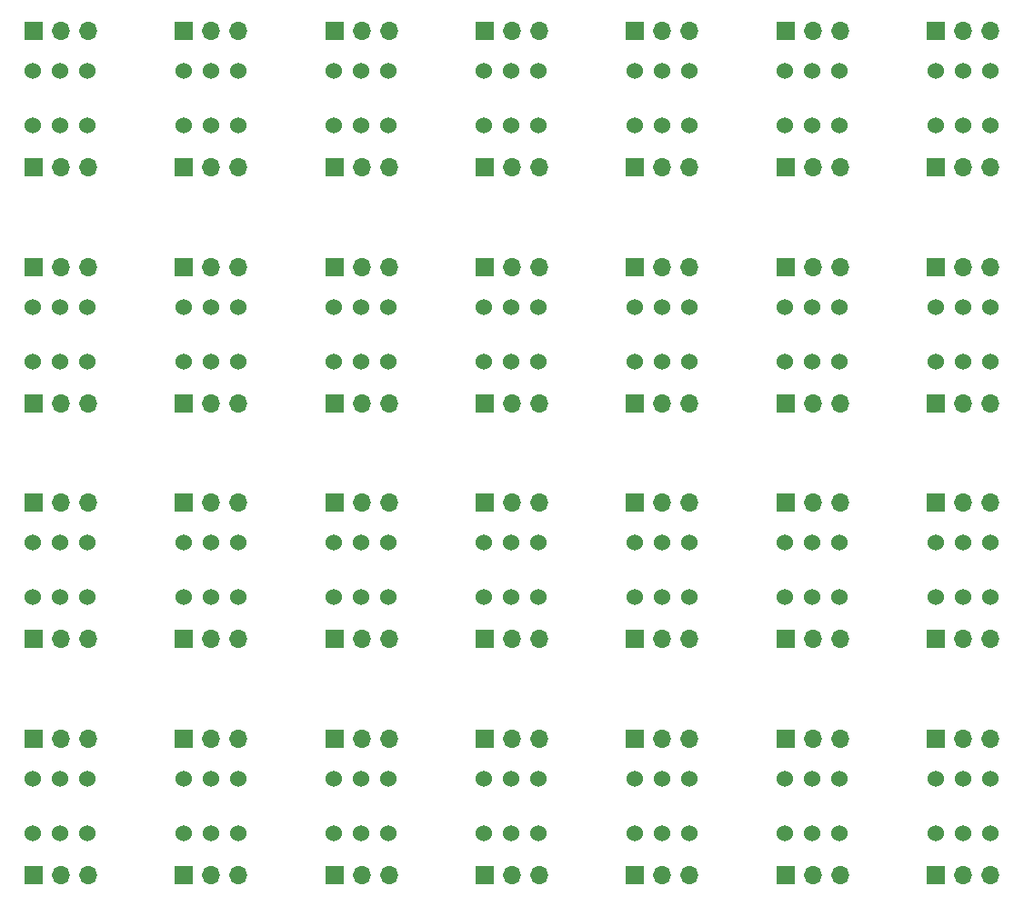
<source format=gbr>
%TF.GenerationSoftware,KiCad,Pcbnew,(6.0.0-0)*%
%TF.CreationDate,2022-11-23T09:42:25-05:00*%
%TF.ProjectId,Breakout_DPDT,42726561-6b6f-4757-945f-445044542e6b,rev?*%
%TF.SameCoordinates,Original*%
%TF.FileFunction,Copper,L2,Bot*%
%TF.FilePolarity,Positive*%
%FSLAX46Y46*%
G04 Gerber Fmt 4.6, Leading zero omitted, Abs format (unit mm)*
G04 Created by KiCad (PCBNEW (6.0.0-0)) date 2022-11-23 09:42:25*
%MOMM*%
%LPD*%
G01*
G04 APERTURE LIST*
%TA.AperFunction,ComponentPad*%
%ADD10R,1.700000X1.700000*%
%TD*%
%TA.AperFunction,ComponentPad*%
%ADD11O,1.700000X1.700000*%
%TD*%
%TA.AperFunction,ComponentPad*%
%ADD12C,1.524000*%
%TD*%
G04 APERTURE END LIST*
D10*
%TO.P,J2,1,Pin_1*%
%TO.N,Net-(J2-Pad1)*%
X137460000Y-59428000D03*
D11*
%TO.P,J2,2,Pin_2*%
%TO.N,Net-(J2-Pad2)*%
X140000000Y-59428000D03*
%TO.P,J2,3,Pin_3*%
%TO.N,Net-(J2-Pad3)*%
X142540000Y-59428000D03*
%TD*%
D10*
%TO.P,J1,1,Pin_1*%
%TO.N,Net-(J1-Pad1)*%
X137460000Y-112728000D03*
D11*
%TO.P,J1,2,Pin_2*%
%TO.N,Net-(J1-Pad2)*%
X140000000Y-112728000D03*
%TO.P,J1,3,Pin_3*%
%TO.N,Net-(J1-Pad3)*%
X142540000Y-112728000D03*
%TD*%
D12*
%TO.P,SW1,1,A*%
%TO.N,Net-(J2-Pad1)*%
X151420000Y-55539000D03*
%TO.P,SW1,2,B*%
%TO.N,Net-(J2-Pad2)*%
X156500000Y-55539000D03*
%TO.P,SW1,3,C*%
%TO.N,Net-(J2-Pad3)*%
X153960000Y-55539000D03*
%TO.P,SW1,4,A*%
%TO.N,Net-(J1-Pad1)*%
X153960000Y-50459000D03*
%TO.P,SW1,5,B*%
%TO.N,Net-(J1-Pad2)*%
X151420000Y-50459000D03*
%TO.P,SW1,6,C*%
%TO.N,Net-(J1-Pad3)*%
X156500000Y-50459000D03*
%TD*%
%TO.P,SW1,1,A*%
%TO.N,Net-(J2-Pad1)*%
X151420000Y-77539000D03*
%TO.P,SW1,2,B*%
%TO.N,Net-(J2-Pad2)*%
X156500000Y-77539000D03*
%TO.P,SW1,3,C*%
%TO.N,Net-(J2-Pad3)*%
X153960000Y-77539000D03*
%TO.P,SW1,4,A*%
%TO.N,Net-(J1-Pad1)*%
X153960000Y-72459000D03*
%TO.P,SW1,5,B*%
%TO.N,Net-(J1-Pad2)*%
X151420000Y-72459000D03*
%TO.P,SW1,6,C*%
%TO.N,Net-(J1-Pad3)*%
X156500000Y-72459000D03*
%TD*%
D10*
%TO.P,J2,1,Pin_1*%
%TO.N,Net-(J2-Pad1)*%
X151460000Y-103428000D03*
D11*
%TO.P,J2,2,Pin_2*%
%TO.N,Net-(J2-Pad2)*%
X154000000Y-103428000D03*
%TO.P,J2,3,Pin_3*%
%TO.N,Net-(J2-Pad3)*%
X156540000Y-103428000D03*
%TD*%
D12*
%TO.P,SW1,1,A*%
%TO.N,Net-(J2-Pad1)*%
X67420000Y-77539000D03*
%TO.P,SW1,2,B*%
%TO.N,Net-(J2-Pad2)*%
X72500000Y-77539000D03*
%TO.P,SW1,3,C*%
%TO.N,Net-(J2-Pad3)*%
X69960000Y-77539000D03*
%TO.P,SW1,4,A*%
%TO.N,Net-(J1-Pad1)*%
X69960000Y-72459000D03*
%TO.P,SW1,5,B*%
%TO.N,Net-(J1-Pad2)*%
X67420000Y-72459000D03*
%TO.P,SW1,6,C*%
%TO.N,Net-(J1-Pad3)*%
X72500000Y-72459000D03*
%TD*%
D10*
%TO.P,J1,1,Pin_1*%
%TO.N,Net-(J1-Pad1)*%
X137460000Y-90728000D03*
D11*
%TO.P,J1,2,Pin_2*%
%TO.N,Net-(J1-Pad2)*%
X140000000Y-90728000D03*
%TO.P,J1,3,Pin_3*%
%TO.N,Net-(J1-Pad3)*%
X142540000Y-90728000D03*
%TD*%
D12*
%TO.P,SW1,1,A*%
%TO.N,Net-(J2-Pad1)*%
X81420000Y-55539000D03*
%TO.P,SW1,2,B*%
%TO.N,Net-(J2-Pad2)*%
X86500000Y-55539000D03*
%TO.P,SW1,3,C*%
%TO.N,Net-(J2-Pad3)*%
X83960000Y-55539000D03*
%TO.P,SW1,4,A*%
%TO.N,Net-(J1-Pad1)*%
X83960000Y-50459000D03*
%TO.P,SW1,5,B*%
%TO.N,Net-(J1-Pad2)*%
X81420000Y-50459000D03*
%TO.P,SW1,6,C*%
%TO.N,Net-(J1-Pad3)*%
X86500000Y-50459000D03*
%TD*%
D10*
%TO.P,J1,1,Pin_1*%
%TO.N,Net-(J1-Pad1)*%
X95460000Y-112728000D03*
D11*
%TO.P,J1,2,Pin_2*%
%TO.N,Net-(J1-Pad2)*%
X98000000Y-112728000D03*
%TO.P,J1,3,Pin_3*%
%TO.N,Net-(J1-Pad3)*%
X100540000Y-112728000D03*
%TD*%
D10*
%TO.P,J2,1,Pin_1*%
%TO.N,Net-(J2-Pad1)*%
X67460000Y-81428000D03*
D11*
%TO.P,J2,2,Pin_2*%
%TO.N,Net-(J2-Pad2)*%
X70000000Y-81428000D03*
%TO.P,J2,3,Pin_3*%
%TO.N,Net-(J2-Pad3)*%
X72540000Y-81428000D03*
%TD*%
D10*
%TO.P,J1,1,Pin_1*%
%TO.N,Net-(J1-Pad1)*%
X137460000Y-68728000D03*
D11*
%TO.P,J1,2,Pin_2*%
%TO.N,Net-(J1-Pad2)*%
X140000000Y-68728000D03*
%TO.P,J1,3,Pin_3*%
%TO.N,Net-(J1-Pad3)*%
X142540000Y-68728000D03*
%TD*%
D10*
%TO.P,J1,1,Pin_1*%
%TO.N,Net-(J1-Pad1)*%
X109460000Y-90728000D03*
D11*
%TO.P,J1,2,Pin_2*%
%TO.N,Net-(J1-Pad2)*%
X112000000Y-90728000D03*
%TO.P,J1,3,Pin_3*%
%TO.N,Net-(J1-Pad3)*%
X114540000Y-90728000D03*
%TD*%
D10*
%TO.P,J2,1,Pin_1*%
%TO.N,Net-(J2-Pad1)*%
X109460000Y-125428000D03*
D11*
%TO.P,J2,2,Pin_2*%
%TO.N,Net-(J2-Pad2)*%
X112000000Y-125428000D03*
%TO.P,J2,3,Pin_3*%
%TO.N,Net-(J2-Pad3)*%
X114540000Y-125428000D03*
%TD*%
D10*
%TO.P,J2,1,Pin_1*%
%TO.N,Net-(J2-Pad1)*%
X151460000Y-81428000D03*
D11*
%TO.P,J2,2,Pin_2*%
%TO.N,Net-(J2-Pad2)*%
X154000000Y-81428000D03*
%TO.P,J2,3,Pin_3*%
%TO.N,Net-(J2-Pad3)*%
X156540000Y-81428000D03*
%TD*%
D10*
%TO.P,J2,1,Pin_1*%
%TO.N,Net-(J2-Pad1)*%
X95460000Y-103428000D03*
D11*
%TO.P,J2,2,Pin_2*%
%TO.N,Net-(J2-Pad2)*%
X98000000Y-103428000D03*
%TO.P,J2,3,Pin_3*%
%TO.N,Net-(J2-Pad3)*%
X100540000Y-103428000D03*
%TD*%
D12*
%TO.P,SW1,1,A*%
%TO.N,Net-(J2-Pad1)*%
X109420000Y-121539000D03*
%TO.P,SW1,2,B*%
%TO.N,Net-(J2-Pad2)*%
X114500000Y-121539000D03*
%TO.P,SW1,3,C*%
%TO.N,Net-(J2-Pad3)*%
X111960000Y-121539000D03*
%TO.P,SW1,4,A*%
%TO.N,Net-(J1-Pad1)*%
X111960000Y-116459000D03*
%TO.P,SW1,5,B*%
%TO.N,Net-(J1-Pad2)*%
X109420000Y-116459000D03*
%TO.P,SW1,6,C*%
%TO.N,Net-(J1-Pad3)*%
X114500000Y-116459000D03*
%TD*%
D10*
%TO.P,J1,1,Pin_1*%
%TO.N,Net-(J1-Pad1)*%
X67460000Y-46728000D03*
D11*
%TO.P,J1,2,Pin_2*%
%TO.N,Net-(J1-Pad2)*%
X70000000Y-46728000D03*
%TO.P,J1,3,Pin_3*%
%TO.N,Net-(J1-Pad3)*%
X72540000Y-46728000D03*
%TD*%
D10*
%TO.P,J2,1,Pin_1*%
%TO.N,Net-(J2-Pad1)*%
X123460000Y-81428000D03*
D11*
%TO.P,J2,2,Pin_2*%
%TO.N,Net-(J2-Pad2)*%
X126000000Y-81428000D03*
%TO.P,J2,3,Pin_3*%
%TO.N,Net-(J2-Pad3)*%
X128540000Y-81428000D03*
%TD*%
D12*
%TO.P,SW1,1,A*%
%TO.N,Net-(J2-Pad1)*%
X109420000Y-77539000D03*
%TO.P,SW1,2,B*%
%TO.N,Net-(J2-Pad2)*%
X114500000Y-77539000D03*
%TO.P,SW1,3,C*%
%TO.N,Net-(J2-Pad3)*%
X111960000Y-77539000D03*
%TO.P,SW1,4,A*%
%TO.N,Net-(J1-Pad1)*%
X111960000Y-72459000D03*
%TO.P,SW1,5,B*%
%TO.N,Net-(J1-Pad2)*%
X109420000Y-72459000D03*
%TO.P,SW1,6,C*%
%TO.N,Net-(J1-Pad3)*%
X114500000Y-72459000D03*
%TD*%
D10*
%TO.P,J1,1,Pin_1*%
%TO.N,Net-(J1-Pad1)*%
X67460000Y-68728000D03*
D11*
%TO.P,J1,2,Pin_2*%
%TO.N,Net-(J1-Pad2)*%
X70000000Y-68728000D03*
%TO.P,J1,3,Pin_3*%
%TO.N,Net-(J1-Pad3)*%
X72540000Y-68728000D03*
%TD*%
D12*
%TO.P,SW1,1,A*%
%TO.N,Net-(J2-Pad1)*%
X151420000Y-121539000D03*
%TO.P,SW1,2,B*%
%TO.N,Net-(J2-Pad2)*%
X156500000Y-121539000D03*
%TO.P,SW1,3,C*%
%TO.N,Net-(J2-Pad3)*%
X153960000Y-121539000D03*
%TO.P,SW1,4,A*%
%TO.N,Net-(J1-Pad1)*%
X153960000Y-116459000D03*
%TO.P,SW1,5,B*%
%TO.N,Net-(J1-Pad2)*%
X151420000Y-116459000D03*
%TO.P,SW1,6,C*%
%TO.N,Net-(J1-Pad3)*%
X156500000Y-116459000D03*
%TD*%
%TO.P,SW1,1,A*%
%TO.N,Net-(J2-Pad1)*%
X67420000Y-121539000D03*
%TO.P,SW1,2,B*%
%TO.N,Net-(J2-Pad2)*%
X72500000Y-121539000D03*
%TO.P,SW1,3,C*%
%TO.N,Net-(J2-Pad3)*%
X69960000Y-121539000D03*
%TO.P,SW1,4,A*%
%TO.N,Net-(J1-Pad1)*%
X69960000Y-116459000D03*
%TO.P,SW1,5,B*%
%TO.N,Net-(J1-Pad2)*%
X67420000Y-116459000D03*
%TO.P,SW1,6,C*%
%TO.N,Net-(J1-Pad3)*%
X72500000Y-116459000D03*
%TD*%
%TO.P,SW1,1,A*%
%TO.N,Net-(J2-Pad1)*%
X137420000Y-121539000D03*
%TO.P,SW1,2,B*%
%TO.N,Net-(J2-Pad2)*%
X142500000Y-121539000D03*
%TO.P,SW1,3,C*%
%TO.N,Net-(J2-Pad3)*%
X139960000Y-121539000D03*
%TO.P,SW1,4,A*%
%TO.N,Net-(J1-Pad1)*%
X139960000Y-116459000D03*
%TO.P,SW1,5,B*%
%TO.N,Net-(J1-Pad2)*%
X137420000Y-116459000D03*
%TO.P,SW1,6,C*%
%TO.N,Net-(J1-Pad3)*%
X142500000Y-116459000D03*
%TD*%
D10*
%TO.P,J1,1,Pin_1*%
%TO.N,Net-(J1-Pad1)*%
X137460000Y-46728000D03*
D11*
%TO.P,J1,2,Pin_2*%
%TO.N,Net-(J1-Pad2)*%
X140000000Y-46728000D03*
%TO.P,J1,3,Pin_3*%
%TO.N,Net-(J1-Pad3)*%
X142540000Y-46728000D03*
%TD*%
D10*
%TO.P,J1,1,Pin_1*%
%TO.N,Net-(J1-Pad1)*%
X81460000Y-90728000D03*
D11*
%TO.P,J1,2,Pin_2*%
%TO.N,Net-(J1-Pad2)*%
X84000000Y-90728000D03*
%TO.P,J1,3,Pin_3*%
%TO.N,Net-(J1-Pad3)*%
X86540000Y-90728000D03*
%TD*%
D12*
%TO.P,SW1,1,A*%
%TO.N,Net-(J2-Pad1)*%
X95420000Y-77539000D03*
%TO.P,SW1,2,B*%
%TO.N,Net-(J2-Pad2)*%
X100500000Y-77539000D03*
%TO.P,SW1,3,C*%
%TO.N,Net-(J2-Pad3)*%
X97960000Y-77539000D03*
%TO.P,SW1,4,A*%
%TO.N,Net-(J1-Pad1)*%
X97960000Y-72459000D03*
%TO.P,SW1,5,B*%
%TO.N,Net-(J1-Pad2)*%
X95420000Y-72459000D03*
%TO.P,SW1,6,C*%
%TO.N,Net-(J1-Pad3)*%
X100500000Y-72459000D03*
%TD*%
%TO.P,SW1,1,A*%
%TO.N,Net-(J2-Pad1)*%
X95420000Y-55539000D03*
%TO.P,SW1,2,B*%
%TO.N,Net-(J2-Pad2)*%
X100500000Y-55539000D03*
%TO.P,SW1,3,C*%
%TO.N,Net-(J2-Pad3)*%
X97960000Y-55539000D03*
%TO.P,SW1,4,A*%
%TO.N,Net-(J1-Pad1)*%
X97960000Y-50459000D03*
%TO.P,SW1,5,B*%
%TO.N,Net-(J1-Pad2)*%
X95420000Y-50459000D03*
%TO.P,SW1,6,C*%
%TO.N,Net-(J1-Pad3)*%
X100500000Y-50459000D03*
%TD*%
%TO.P,SW1,1,A*%
%TO.N,Net-(J2-Pad1)*%
X81420000Y-121539000D03*
%TO.P,SW1,2,B*%
%TO.N,Net-(J2-Pad2)*%
X86500000Y-121539000D03*
%TO.P,SW1,3,C*%
%TO.N,Net-(J2-Pad3)*%
X83960000Y-121539000D03*
%TO.P,SW1,4,A*%
%TO.N,Net-(J1-Pad1)*%
X83960000Y-116459000D03*
%TO.P,SW1,5,B*%
%TO.N,Net-(J1-Pad2)*%
X81420000Y-116459000D03*
%TO.P,SW1,6,C*%
%TO.N,Net-(J1-Pad3)*%
X86500000Y-116459000D03*
%TD*%
D10*
%TO.P,J1,1,Pin_1*%
%TO.N,Net-(J1-Pad1)*%
X151460000Y-68728000D03*
D11*
%TO.P,J1,2,Pin_2*%
%TO.N,Net-(J1-Pad2)*%
X154000000Y-68728000D03*
%TO.P,J1,3,Pin_3*%
%TO.N,Net-(J1-Pad3)*%
X156540000Y-68728000D03*
%TD*%
D10*
%TO.P,J2,1,Pin_1*%
%TO.N,Net-(J2-Pad1)*%
X123460000Y-59428000D03*
D11*
%TO.P,J2,2,Pin_2*%
%TO.N,Net-(J2-Pad2)*%
X126000000Y-59428000D03*
%TO.P,J2,3,Pin_3*%
%TO.N,Net-(J2-Pad3)*%
X128540000Y-59428000D03*
%TD*%
D12*
%TO.P,SW1,1,A*%
%TO.N,Net-(J2-Pad1)*%
X67420000Y-55539000D03*
%TO.P,SW1,2,B*%
%TO.N,Net-(J2-Pad2)*%
X72500000Y-55539000D03*
%TO.P,SW1,3,C*%
%TO.N,Net-(J2-Pad3)*%
X69960000Y-55539000D03*
%TO.P,SW1,4,A*%
%TO.N,Net-(J1-Pad1)*%
X69960000Y-50459000D03*
%TO.P,SW1,5,B*%
%TO.N,Net-(J1-Pad2)*%
X67420000Y-50459000D03*
%TO.P,SW1,6,C*%
%TO.N,Net-(J1-Pad3)*%
X72500000Y-50459000D03*
%TD*%
D10*
%TO.P,J2,1,Pin_1*%
%TO.N,Net-(J2-Pad1)*%
X109460000Y-81428000D03*
D11*
%TO.P,J2,2,Pin_2*%
%TO.N,Net-(J2-Pad2)*%
X112000000Y-81428000D03*
%TO.P,J2,3,Pin_3*%
%TO.N,Net-(J2-Pad3)*%
X114540000Y-81428000D03*
%TD*%
D10*
%TO.P,J1,1,Pin_1*%
%TO.N,Net-(J1-Pad1)*%
X95460000Y-68728000D03*
D11*
%TO.P,J1,2,Pin_2*%
%TO.N,Net-(J1-Pad2)*%
X98000000Y-68728000D03*
%TO.P,J1,3,Pin_3*%
%TO.N,Net-(J1-Pad3)*%
X100540000Y-68728000D03*
%TD*%
D12*
%TO.P,SW1,1,A*%
%TO.N,Net-(J2-Pad1)*%
X123420000Y-121539000D03*
%TO.P,SW1,2,B*%
%TO.N,Net-(J2-Pad2)*%
X128500000Y-121539000D03*
%TO.P,SW1,3,C*%
%TO.N,Net-(J2-Pad3)*%
X125960000Y-121539000D03*
%TO.P,SW1,4,A*%
%TO.N,Net-(J1-Pad1)*%
X125960000Y-116459000D03*
%TO.P,SW1,5,B*%
%TO.N,Net-(J1-Pad2)*%
X123420000Y-116459000D03*
%TO.P,SW1,6,C*%
%TO.N,Net-(J1-Pad3)*%
X128500000Y-116459000D03*
%TD*%
D10*
%TO.P,J1,1,Pin_1*%
%TO.N,Net-(J1-Pad1)*%
X67460000Y-90728000D03*
D11*
%TO.P,J1,2,Pin_2*%
%TO.N,Net-(J1-Pad2)*%
X70000000Y-90728000D03*
%TO.P,J1,3,Pin_3*%
%TO.N,Net-(J1-Pad3)*%
X72540000Y-90728000D03*
%TD*%
D10*
%TO.P,J2,1,Pin_1*%
%TO.N,Net-(J2-Pad1)*%
X67460000Y-59428000D03*
D11*
%TO.P,J2,2,Pin_2*%
%TO.N,Net-(J2-Pad2)*%
X70000000Y-59428000D03*
%TO.P,J2,3,Pin_3*%
%TO.N,Net-(J2-Pad3)*%
X72540000Y-59428000D03*
%TD*%
D10*
%TO.P,J1,1,Pin_1*%
%TO.N,Net-(J1-Pad1)*%
X95460000Y-46728000D03*
D11*
%TO.P,J1,2,Pin_2*%
%TO.N,Net-(J1-Pad2)*%
X98000000Y-46728000D03*
%TO.P,J1,3,Pin_3*%
%TO.N,Net-(J1-Pad3)*%
X100540000Y-46728000D03*
%TD*%
D12*
%TO.P,SW1,1,A*%
%TO.N,Net-(J2-Pad1)*%
X137420000Y-55539000D03*
%TO.P,SW1,2,B*%
%TO.N,Net-(J2-Pad2)*%
X142500000Y-55539000D03*
%TO.P,SW1,3,C*%
%TO.N,Net-(J2-Pad3)*%
X139960000Y-55539000D03*
%TO.P,SW1,4,A*%
%TO.N,Net-(J1-Pad1)*%
X139960000Y-50459000D03*
%TO.P,SW1,5,B*%
%TO.N,Net-(J1-Pad2)*%
X137420000Y-50459000D03*
%TO.P,SW1,6,C*%
%TO.N,Net-(J1-Pad3)*%
X142500000Y-50459000D03*
%TD*%
%TO.P,SW1,1,A*%
%TO.N,Net-(J2-Pad1)*%
X67420000Y-99539000D03*
%TO.P,SW1,2,B*%
%TO.N,Net-(J2-Pad2)*%
X72500000Y-99539000D03*
%TO.P,SW1,3,C*%
%TO.N,Net-(J2-Pad3)*%
X69960000Y-99539000D03*
%TO.P,SW1,4,A*%
%TO.N,Net-(J1-Pad1)*%
X69960000Y-94459000D03*
%TO.P,SW1,5,B*%
%TO.N,Net-(J1-Pad2)*%
X67420000Y-94459000D03*
%TO.P,SW1,6,C*%
%TO.N,Net-(J1-Pad3)*%
X72500000Y-94459000D03*
%TD*%
D10*
%TO.P,J2,1,Pin_1*%
%TO.N,Net-(J2-Pad1)*%
X151460000Y-59428000D03*
D11*
%TO.P,J2,2,Pin_2*%
%TO.N,Net-(J2-Pad2)*%
X154000000Y-59428000D03*
%TO.P,J2,3,Pin_3*%
%TO.N,Net-(J2-Pad3)*%
X156540000Y-59428000D03*
%TD*%
D12*
%TO.P,SW1,1,A*%
%TO.N,Net-(J2-Pad1)*%
X81420000Y-77539000D03*
%TO.P,SW1,2,B*%
%TO.N,Net-(J2-Pad2)*%
X86500000Y-77539000D03*
%TO.P,SW1,3,C*%
%TO.N,Net-(J2-Pad3)*%
X83960000Y-77539000D03*
%TO.P,SW1,4,A*%
%TO.N,Net-(J1-Pad1)*%
X83960000Y-72459000D03*
%TO.P,SW1,5,B*%
%TO.N,Net-(J1-Pad2)*%
X81420000Y-72459000D03*
%TO.P,SW1,6,C*%
%TO.N,Net-(J1-Pad3)*%
X86500000Y-72459000D03*
%TD*%
D10*
%TO.P,J1,1,Pin_1*%
%TO.N,Net-(J1-Pad1)*%
X109460000Y-68728000D03*
D11*
%TO.P,J1,2,Pin_2*%
%TO.N,Net-(J1-Pad2)*%
X112000000Y-68728000D03*
%TO.P,J1,3,Pin_3*%
%TO.N,Net-(J1-Pad3)*%
X114540000Y-68728000D03*
%TD*%
D10*
%TO.P,J1,1,Pin_1*%
%TO.N,Net-(J1-Pad1)*%
X95460000Y-90728000D03*
D11*
%TO.P,J1,2,Pin_2*%
%TO.N,Net-(J1-Pad2)*%
X98000000Y-90728000D03*
%TO.P,J1,3,Pin_3*%
%TO.N,Net-(J1-Pad3)*%
X100540000Y-90728000D03*
%TD*%
D10*
%TO.P,J2,1,Pin_1*%
%TO.N,Net-(J2-Pad1)*%
X109460000Y-59428000D03*
D11*
%TO.P,J2,2,Pin_2*%
%TO.N,Net-(J2-Pad2)*%
X112000000Y-59428000D03*
%TO.P,J2,3,Pin_3*%
%TO.N,Net-(J2-Pad3)*%
X114540000Y-59428000D03*
%TD*%
D12*
%TO.P,SW1,1,A*%
%TO.N,Net-(J2-Pad1)*%
X109420000Y-55539000D03*
%TO.P,SW1,2,B*%
%TO.N,Net-(J2-Pad2)*%
X114500000Y-55539000D03*
%TO.P,SW1,3,C*%
%TO.N,Net-(J2-Pad3)*%
X111960000Y-55539000D03*
%TO.P,SW1,4,A*%
%TO.N,Net-(J1-Pad1)*%
X111960000Y-50459000D03*
%TO.P,SW1,5,B*%
%TO.N,Net-(J1-Pad2)*%
X109420000Y-50459000D03*
%TO.P,SW1,6,C*%
%TO.N,Net-(J1-Pad3)*%
X114500000Y-50459000D03*
%TD*%
%TO.P,SW1,1,A*%
%TO.N,Net-(J2-Pad1)*%
X123420000Y-77539000D03*
%TO.P,SW1,2,B*%
%TO.N,Net-(J2-Pad2)*%
X128500000Y-77539000D03*
%TO.P,SW1,3,C*%
%TO.N,Net-(J2-Pad3)*%
X125960000Y-77539000D03*
%TO.P,SW1,4,A*%
%TO.N,Net-(J1-Pad1)*%
X125960000Y-72459000D03*
%TO.P,SW1,5,B*%
%TO.N,Net-(J1-Pad2)*%
X123420000Y-72459000D03*
%TO.P,SW1,6,C*%
%TO.N,Net-(J1-Pad3)*%
X128500000Y-72459000D03*
%TD*%
D10*
%TO.P,J1,1,Pin_1*%
%TO.N,Net-(J1-Pad1)*%
X151460000Y-112728000D03*
D11*
%TO.P,J1,2,Pin_2*%
%TO.N,Net-(J1-Pad2)*%
X154000000Y-112728000D03*
%TO.P,J1,3,Pin_3*%
%TO.N,Net-(J1-Pad3)*%
X156540000Y-112728000D03*
%TD*%
D10*
%TO.P,J1,1,Pin_1*%
%TO.N,Net-(J1-Pad1)*%
X123460000Y-68728000D03*
D11*
%TO.P,J1,2,Pin_2*%
%TO.N,Net-(J1-Pad2)*%
X126000000Y-68728000D03*
%TO.P,J1,3,Pin_3*%
%TO.N,Net-(J1-Pad3)*%
X128540000Y-68728000D03*
%TD*%
D12*
%TO.P,SW1,1,A*%
%TO.N,Net-(J2-Pad1)*%
X151420000Y-99539000D03*
%TO.P,SW1,2,B*%
%TO.N,Net-(J2-Pad2)*%
X156500000Y-99539000D03*
%TO.P,SW1,3,C*%
%TO.N,Net-(J2-Pad3)*%
X153960000Y-99539000D03*
%TO.P,SW1,4,A*%
%TO.N,Net-(J1-Pad1)*%
X153960000Y-94459000D03*
%TO.P,SW1,5,B*%
%TO.N,Net-(J1-Pad2)*%
X151420000Y-94459000D03*
%TO.P,SW1,6,C*%
%TO.N,Net-(J1-Pad3)*%
X156500000Y-94459000D03*
%TD*%
D10*
%TO.P,J2,1,Pin_1*%
%TO.N,Net-(J2-Pad1)*%
X123460000Y-103428000D03*
D11*
%TO.P,J2,2,Pin_2*%
%TO.N,Net-(J2-Pad2)*%
X126000000Y-103428000D03*
%TO.P,J2,3,Pin_3*%
%TO.N,Net-(J2-Pad3)*%
X128540000Y-103428000D03*
%TD*%
D10*
%TO.P,J2,1,Pin_1*%
%TO.N,Net-(J2-Pad1)*%
X137460000Y-81428000D03*
D11*
%TO.P,J2,2,Pin_2*%
%TO.N,Net-(J2-Pad2)*%
X140000000Y-81428000D03*
%TO.P,J2,3,Pin_3*%
%TO.N,Net-(J2-Pad3)*%
X142540000Y-81428000D03*
%TD*%
D10*
%TO.P,J2,1,Pin_1*%
%TO.N,Net-(J2-Pad1)*%
X81460000Y-59428000D03*
D11*
%TO.P,J2,2,Pin_2*%
%TO.N,Net-(J2-Pad2)*%
X84000000Y-59428000D03*
%TO.P,J2,3,Pin_3*%
%TO.N,Net-(J2-Pad3)*%
X86540000Y-59428000D03*
%TD*%
D12*
%TO.P,SW1,1,A*%
%TO.N,Net-(J2-Pad1)*%
X137420000Y-99539000D03*
%TO.P,SW1,2,B*%
%TO.N,Net-(J2-Pad2)*%
X142500000Y-99539000D03*
%TO.P,SW1,3,C*%
%TO.N,Net-(J2-Pad3)*%
X139960000Y-99539000D03*
%TO.P,SW1,4,A*%
%TO.N,Net-(J1-Pad1)*%
X139960000Y-94459000D03*
%TO.P,SW1,5,B*%
%TO.N,Net-(J1-Pad2)*%
X137420000Y-94459000D03*
%TO.P,SW1,6,C*%
%TO.N,Net-(J1-Pad3)*%
X142500000Y-94459000D03*
%TD*%
D10*
%TO.P,J1,1,Pin_1*%
%TO.N,Net-(J1-Pad1)*%
X123460000Y-46728000D03*
D11*
%TO.P,J1,2,Pin_2*%
%TO.N,Net-(J1-Pad2)*%
X126000000Y-46728000D03*
%TO.P,J1,3,Pin_3*%
%TO.N,Net-(J1-Pad3)*%
X128540000Y-46728000D03*
%TD*%
D10*
%TO.P,J2,1,Pin_1*%
%TO.N,Net-(J2-Pad1)*%
X95460000Y-59428000D03*
D11*
%TO.P,J2,2,Pin_2*%
%TO.N,Net-(J2-Pad2)*%
X98000000Y-59428000D03*
%TO.P,J2,3,Pin_3*%
%TO.N,Net-(J2-Pad3)*%
X100540000Y-59428000D03*
%TD*%
D10*
%TO.P,J1,1,Pin_1*%
%TO.N,Net-(J1-Pad1)*%
X151460000Y-90728000D03*
D11*
%TO.P,J1,2,Pin_2*%
%TO.N,Net-(J1-Pad2)*%
X154000000Y-90728000D03*
%TO.P,J1,3,Pin_3*%
%TO.N,Net-(J1-Pad3)*%
X156540000Y-90728000D03*
%TD*%
D10*
%TO.P,J2,1,Pin_1*%
%TO.N,Net-(J2-Pad1)*%
X67460000Y-103428000D03*
D11*
%TO.P,J2,2,Pin_2*%
%TO.N,Net-(J2-Pad2)*%
X70000000Y-103428000D03*
%TO.P,J2,3,Pin_3*%
%TO.N,Net-(J2-Pad3)*%
X72540000Y-103428000D03*
%TD*%
D10*
%TO.P,J1,1,Pin_1*%
%TO.N,Net-(J1-Pad1)*%
X123460000Y-90728000D03*
D11*
%TO.P,J1,2,Pin_2*%
%TO.N,Net-(J1-Pad2)*%
X126000000Y-90728000D03*
%TO.P,J1,3,Pin_3*%
%TO.N,Net-(J1-Pad3)*%
X128540000Y-90728000D03*
%TD*%
D12*
%TO.P,SW1,1,A*%
%TO.N,Net-(J2-Pad1)*%
X95420000Y-121539000D03*
%TO.P,SW1,2,B*%
%TO.N,Net-(J2-Pad2)*%
X100500000Y-121539000D03*
%TO.P,SW1,3,C*%
%TO.N,Net-(J2-Pad3)*%
X97960000Y-121539000D03*
%TO.P,SW1,4,A*%
%TO.N,Net-(J1-Pad1)*%
X97960000Y-116459000D03*
%TO.P,SW1,5,B*%
%TO.N,Net-(J1-Pad2)*%
X95420000Y-116459000D03*
%TO.P,SW1,6,C*%
%TO.N,Net-(J1-Pad3)*%
X100500000Y-116459000D03*
%TD*%
D10*
%TO.P,J2,1,Pin_1*%
%TO.N,Net-(J2-Pad1)*%
X137460000Y-103428000D03*
D11*
%TO.P,J2,2,Pin_2*%
%TO.N,Net-(J2-Pad2)*%
X140000000Y-103428000D03*
%TO.P,J2,3,Pin_3*%
%TO.N,Net-(J2-Pad3)*%
X142540000Y-103428000D03*
%TD*%
D10*
%TO.P,J1,1,Pin_1*%
%TO.N,Net-(J1-Pad1)*%
X123460000Y-112728000D03*
D11*
%TO.P,J1,2,Pin_2*%
%TO.N,Net-(J1-Pad2)*%
X126000000Y-112728000D03*
%TO.P,J1,3,Pin_3*%
%TO.N,Net-(J1-Pad3)*%
X128540000Y-112728000D03*
%TD*%
D10*
%TO.P,J1,1,Pin_1*%
%TO.N,Net-(J1-Pad1)*%
X81460000Y-68728000D03*
D11*
%TO.P,J1,2,Pin_2*%
%TO.N,Net-(J1-Pad2)*%
X84000000Y-68728000D03*
%TO.P,J1,3,Pin_3*%
%TO.N,Net-(J1-Pad3)*%
X86540000Y-68728000D03*
%TD*%
D10*
%TO.P,J1,1,Pin_1*%
%TO.N,Net-(J1-Pad1)*%
X109460000Y-46728000D03*
D11*
%TO.P,J1,2,Pin_2*%
%TO.N,Net-(J1-Pad2)*%
X112000000Y-46728000D03*
%TO.P,J1,3,Pin_3*%
%TO.N,Net-(J1-Pad3)*%
X114540000Y-46728000D03*
%TD*%
D10*
%TO.P,J2,1,Pin_1*%
%TO.N,Net-(J2-Pad1)*%
X151460000Y-125428000D03*
D11*
%TO.P,J2,2,Pin_2*%
%TO.N,Net-(J2-Pad2)*%
X154000000Y-125428000D03*
%TO.P,J2,3,Pin_3*%
%TO.N,Net-(J2-Pad3)*%
X156540000Y-125428000D03*
%TD*%
D10*
%TO.P,J2,1,Pin_1*%
%TO.N,Net-(J2-Pad1)*%
X137460000Y-125428000D03*
D11*
%TO.P,J2,2,Pin_2*%
%TO.N,Net-(J2-Pad2)*%
X140000000Y-125428000D03*
%TO.P,J2,3,Pin_3*%
%TO.N,Net-(J2-Pad3)*%
X142540000Y-125428000D03*
%TD*%
D10*
%TO.P,J1,1,Pin_1*%
%TO.N,Net-(J1-Pad1)*%
X67460000Y-112728000D03*
D11*
%TO.P,J1,2,Pin_2*%
%TO.N,Net-(J1-Pad2)*%
X70000000Y-112728000D03*
%TO.P,J1,3,Pin_3*%
%TO.N,Net-(J1-Pad3)*%
X72540000Y-112728000D03*
%TD*%
D12*
%TO.P,SW1,1,A*%
%TO.N,Net-(J2-Pad1)*%
X95420000Y-99539000D03*
%TO.P,SW1,2,B*%
%TO.N,Net-(J2-Pad2)*%
X100500000Y-99539000D03*
%TO.P,SW1,3,C*%
%TO.N,Net-(J2-Pad3)*%
X97960000Y-99539000D03*
%TO.P,SW1,4,A*%
%TO.N,Net-(J1-Pad1)*%
X97960000Y-94459000D03*
%TO.P,SW1,5,B*%
%TO.N,Net-(J1-Pad2)*%
X95420000Y-94459000D03*
%TO.P,SW1,6,C*%
%TO.N,Net-(J1-Pad3)*%
X100500000Y-94459000D03*
%TD*%
D10*
%TO.P,J2,1,Pin_1*%
%TO.N,Net-(J2-Pad1)*%
X95460000Y-81428000D03*
D11*
%TO.P,J2,2,Pin_2*%
%TO.N,Net-(J2-Pad2)*%
X98000000Y-81428000D03*
%TO.P,J2,3,Pin_3*%
%TO.N,Net-(J2-Pad3)*%
X100540000Y-81428000D03*
%TD*%
D12*
%TO.P,SW1,1,A*%
%TO.N,Net-(J2-Pad1)*%
X81420000Y-99539000D03*
%TO.P,SW1,2,B*%
%TO.N,Net-(J2-Pad2)*%
X86500000Y-99539000D03*
%TO.P,SW1,3,C*%
%TO.N,Net-(J2-Pad3)*%
X83960000Y-99539000D03*
%TO.P,SW1,4,A*%
%TO.N,Net-(J1-Pad1)*%
X83960000Y-94459000D03*
%TO.P,SW1,5,B*%
%TO.N,Net-(J1-Pad2)*%
X81420000Y-94459000D03*
%TO.P,SW1,6,C*%
%TO.N,Net-(J1-Pad3)*%
X86500000Y-94459000D03*
%TD*%
D10*
%TO.P,J2,1,Pin_1*%
%TO.N,Net-(J2-Pad1)*%
X123460000Y-125428000D03*
D11*
%TO.P,J2,2,Pin_2*%
%TO.N,Net-(J2-Pad2)*%
X126000000Y-125428000D03*
%TO.P,J2,3,Pin_3*%
%TO.N,Net-(J2-Pad3)*%
X128540000Y-125428000D03*
%TD*%
D10*
%TO.P,J1,1,Pin_1*%
%TO.N,Net-(J1-Pad1)*%
X151460000Y-46728000D03*
D11*
%TO.P,J1,2,Pin_2*%
%TO.N,Net-(J1-Pad2)*%
X154000000Y-46728000D03*
%TO.P,J1,3,Pin_3*%
%TO.N,Net-(J1-Pad3)*%
X156540000Y-46728000D03*
%TD*%
D12*
%TO.P,SW1,1,A*%
%TO.N,Net-(J2-Pad1)*%
X123420000Y-55539000D03*
%TO.P,SW1,2,B*%
%TO.N,Net-(J2-Pad2)*%
X128500000Y-55539000D03*
%TO.P,SW1,3,C*%
%TO.N,Net-(J2-Pad3)*%
X125960000Y-55539000D03*
%TO.P,SW1,4,A*%
%TO.N,Net-(J1-Pad1)*%
X125960000Y-50459000D03*
%TO.P,SW1,5,B*%
%TO.N,Net-(J1-Pad2)*%
X123420000Y-50459000D03*
%TO.P,SW1,6,C*%
%TO.N,Net-(J1-Pad3)*%
X128500000Y-50459000D03*
%TD*%
%TO.P,SW1,1,A*%
%TO.N,Net-(J2-Pad1)*%
X123420000Y-99539000D03*
%TO.P,SW1,2,B*%
%TO.N,Net-(J2-Pad2)*%
X128500000Y-99539000D03*
%TO.P,SW1,3,C*%
%TO.N,Net-(J2-Pad3)*%
X125960000Y-99539000D03*
%TO.P,SW1,4,A*%
%TO.N,Net-(J1-Pad1)*%
X125960000Y-94459000D03*
%TO.P,SW1,5,B*%
%TO.N,Net-(J1-Pad2)*%
X123420000Y-94459000D03*
%TO.P,SW1,6,C*%
%TO.N,Net-(J1-Pad3)*%
X128500000Y-94459000D03*
%TD*%
D10*
%TO.P,J2,1,Pin_1*%
%TO.N,Net-(J2-Pad1)*%
X81460000Y-81428000D03*
D11*
%TO.P,J2,2,Pin_2*%
%TO.N,Net-(J2-Pad2)*%
X84000000Y-81428000D03*
%TO.P,J2,3,Pin_3*%
%TO.N,Net-(J2-Pad3)*%
X86540000Y-81428000D03*
%TD*%
D10*
%TO.P,J1,1,Pin_1*%
%TO.N,Net-(J1-Pad1)*%
X109460000Y-112728000D03*
D11*
%TO.P,J1,2,Pin_2*%
%TO.N,Net-(J1-Pad2)*%
X112000000Y-112728000D03*
%TO.P,J1,3,Pin_3*%
%TO.N,Net-(J1-Pad3)*%
X114540000Y-112728000D03*
%TD*%
D10*
%TO.P,J2,1,Pin_1*%
%TO.N,Net-(J2-Pad1)*%
X67460000Y-125428000D03*
D11*
%TO.P,J2,2,Pin_2*%
%TO.N,Net-(J2-Pad2)*%
X70000000Y-125428000D03*
%TO.P,J2,3,Pin_3*%
%TO.N,Net-(J2-Pad3)*%
X72540000Y-125428000D03*
%TD*%
D10*
%TO.P,J1,1,Pin_1*%
%TO.N,Net-(J1-Pad1)*%
X81460000Y-46728000D03*
D11*
%TO.P,J1,2,Pin_2*%
%TO.N,Net-(J1-Pad2)*%
X84000000Y-46728000D03*
%TO.P,J1,3,Pin_3*%
%TO.N,Net-(J1-Pad3)*%
X86540000Y-46728000D03*
%TD*%
D10*
%TO.P,J1,1,Pin_1*%
%TO.N,Net-(J1-Pad1)*%
X81460000Y-112728000D03*
D11*
%TO.P,J1,2,Pin_2*%
%TO.N,Net-(J1-Pad2)*%
X84000000Y-112728000D03*
%TO.P,J1,3,Pin_3*%
%TO.N,Net-(J1-Pad3)*%
X86540000Y-112728000D03*
%TD*%
D12*
%TO.P,SW1,1,A*%
%TO.N,Net-(J2-Pad1)*%
X137420000Y-77539000D03*
%TO.P,SW1,2,B*%
%TO.N,Net-(J2-Pad2)*%
X142500000Y-77539000D03*
%TO.P,SW1,3,C*%
%TO.N,Net-(J2-Pad3)*%
X139960000Y-77539000D03*
%TO.P,SW1,4,A*%
%TO.N,Net-(J1-Pad1)*%
X139960000Y-72459000D03*
%TO.P,SW1,5,B*%
%TO.N,Net-(J1-Pad2)*%
X137420000Y-72459000D03*
%TO.P,SW1,6,C*%
%TO.N,Net-(J1-Pad3)*%
X142500000Y-72459000D03*
%TD*%
%TO.P,SW1,1,A*%
%TO.N,Net-(J2-Pad1)*%
X109420000Y-99539000D03*
%TO.P,SW1,2,B*%
%TO.N,Net-(J2-Pad2)*%
X114500000Y-99539000D03*
%TO.P,SW1,3,C*%
%TO.N,Net-(J2-Pad3)*%
X111960000Y-99539000D03*
%TO.P,SW1,4,A*%
%TO.N,Net-(J1-Pad1)*%
X111960000Y-94459000D03*
%TO.P,SW1,5,B*%
%TO.N,Net-(J1-Pad2)*%
X109420000Y-94459000D03*
%TO.P,SW1,6,C*%
%TO.N,Net-(J1-Pad3)*%
X114500000Y-94459000D03*
%TD*%
D10*
%TO.P,J2,1,Pin_1*%
%TO.N,Net-(J2-Pad1)*%
X81460000Y-103428000D03*
D11*
%TO.P,J2,2,Pin_2*%
%TO.N,Net-(J2-Pad2)*%
X84000000Y-103428000D03*
%TO.P,J2,3,Pin_3*%
%TO.N,Net-(J2-Pad3)*%
X86540000Y-103428000D03*
%TD*%
D10*
%TO.P,J2,1,Pin_1*%
%TO.N,Net-(J2-Pad1)*%
X81460000Y-125428000D03*
D11*
%TO.P,J2,2,Pin_2*%
%TO.N,Net-(J2-Pad2)*%
X84000000Y-125428000D03*
%TO.P,J2,3,Pin_3*%
%TO.N,Net-(J2-Pad3)*%
X86540000Y-125428000D03*
%TD*%
D10*
%TO.P,J2,1,Pin_1*%
%TO.N,Net-(J2-Pad1)*%
X95460000Y-125428000D03*
D11*
%TO.P,J2,2,Pin_2*%
%TO.N,Net-(J2-Pad2)*%
X98000000Y-125428000D03*
%TO.P,J2,3,Pin_3*%
%TO.N,Net-(J2-Pad3)*%
X100540000Y-125428000D03*
%TD*%
D10*
%TO.P,J2,1,Pin_1*%
%TO.N,Net-(J2-Pad1)*%
X109460000Y-103428000D03*
D11*
%TO.P,J2,2,Pin_2*%
%TO.N,Net-(J2-Pad2)*%
X112000000Y-103428000D03*
%TO.P,J2,3,Pin_3*%
%TO.N,Net-(J2-Pad3)*%
X114540000Y-103428000D03*
%TD*%
M02*

</source>
